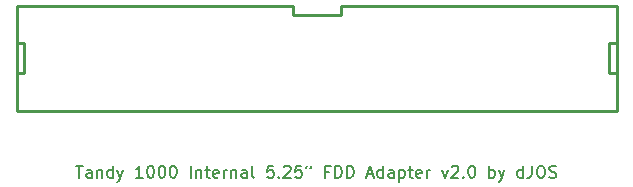
<source format=gbr>
G04 #@! TF.GenerationSoftware,KiCad,Pcbnew,(5.1.5-0-10_14)*
G04 #@! TF.CreationDate,2020-03-21T14:00:30+11:00*
G04 #@! TF.ProjectId,Internal 5.25 Adapter,496e7465-726e-4616-9c20-352e32352041,rev?*
G04 #@! TF.SameCoordinates,Original*
G04 #@! TF.FileFunction,Legend,Top*
G04 #@! TF.FilePolarity,Positive*
%FSLAX46Y46*%
G04 Gerber Fmt 4.6, Leading zero omitted, Abs format (unit mm)*
G04 Created by KiCad (PCBNEW (5.1.5-0-10_14)) date 2020-03-21 14:00:30*
%MOMM*%
%LPD*%
G04 APERTURE LIST*
%ADD10C,0.150000*%
%ADD11C,0.250000*%
G04 APERTURE END LIST*
D10*
X52136047Y-46315380D02*
X52707476Y-46315380D01*
X52421761Y-47315380D02*
X52421761Y-46315380D01*
X53469380Y-47315380D02*
X53469380Y-46791571D01*
X53421761Y-46696333D01*
X53326523Y-46648714D01*
X53136047Y-46648714D01*
X53040809Y-46696333D01*
X53469380Y-47267761D02*
X53374142Y-47315380D01*
X53136047Y-47315380D01*
X53040809Y-47267761D01*
X52993190Y-47172523D01*
X52993190Y-47077285D01*
X53040809Y-46982047D01*
X53136047Y-46934428D01*
X53374142Y-46934428D01*
X53469380Y-46886809D01*
X53945571Y-46648714D02*
X53945571Y-47315380D01*
X53945571Y-46743952D02*
X53993190Y-46696333D01*
X54088428Y-46648714D01*
X54231285Y-46648714D01*
X54326523Y-46696333D01*
X54374142Y-46791571D01*
X54374142Y-47315380D01*
X55278904Y-47315380D02*
X55278904Y-46315380D01*
X55278904Y-47267761D02*
X55183666Y-47315380D01*
X54993190Y-47315380D01*
X54897952Y-47267761D01*
X54850333Y-47220142D01*
X54802714Y-47124904D01*
X54802714Y-46839190D01*
X54850333Y-46743952D01*
X54897952Y-46696333D01*
X54993190Y-46648714D01*
X55183666Y-46648714D01*
X55278904Y-46696333D01*
X55659857Y-46648714D02*
X55897952Y-47315380D01*
X56136047Y-46648714D02*
X55897952Y-47315380D01*
X55802714Y-47553476D01*
X55755095Y-47601095D01*
X55659857Y-47648714D01*
X57802714Y-47315380D02*
X57231285Y-47315380D01*
X57517000Y-47315380D02*
X57517000Y-46315380D01*
X57421761Y-46458238D01*
X57326523Y-46553476D01*
X57231285Y-46601095D01*
X58421761Y-46315380D02*
X58517000Y-46315380D01*
X58612238Y-46363000D01*
X58659857Y-46410619D01*
X58707476Y-46505857D01*
X58755095Y-46696333D01*
X58755095Y-46934428D01*
X58707476Y-47124904D01*
X58659857Y-47220142D01*
X58612238Y-47267761D01*
X58517000Y-47315380D01*
X58421761Y-47315380D01*
X58326523Y-47267761D01*
X58278904Y-47220142D01*
X58231285Y-47124904D01*
X58183666Y-46934428D01*
X58183666Y-46696333D01*
X58231285Y-46505857D01*
X58278904Y-46410619D01*
X58326523Y-46363000D01*
X58421761Y-46315380D01*
X59374142Y-46315380D02*
X59469380Y-46315380D01*
X59564619Y-46363000D01*
X59612238Y-46410619D01*
X59659857Y-46505857D01*
X59707476Y-46696333D01*
X59707476Y-46934428D01*
X59659857Y-47124904D01*
X59612238Y-47220142D01*
X59564619Y-47267761D01*
X59469380Y-47315380D01*
X59374142Y-47315380D01*
X59278904Y-47267761D01*
X59231285Y-47220142D01*
X59183666Y-47124904D01*
X59136047Y-46934428D01*
X59136047Y-46696333D01*
X59183666Y-46505857D01*
X59231285Y-46410619D01*
X59278904Y-46363000D01*
X59374142Y-46315380D01*
X60326523Y-46315380D02*
X60421761Y-46315380D01*
X60517000Y-46363000D01*
X60564619Y-46410619D01*
X60612238Y-46505857D01*
X60659857Y-46696333D01*
X60659857Y-46934428D01*
X60612238Y-47124904D01*
X60564619Y-47220142D01*
X60517000Y-47267761D01*
X60421761Y-47315380D01*
X60326523Y-47315380D01*
X60231285Y-47267761D01*
X60183666Y-47220142D01*
X60136047Y-47124904D01*
X60088428Y-46934428D01*
X60088428Y-46696333D01*
X60136047Y-46505857D01*
X60183666Y-46410619D01*
X60231285Y-46363000D01*
X60326523Y-46315380D01*
X61850333Y-47315380D02*
X61850333Y-46315380D01*
X62326523Y-46648714D02*
X62326523Y-47315380D01*
X62326523Y-46743952D02*
X62374142Y-46696333D01*
X62469380Y-46648714D01*
X62612238Y-46648714D01*
X62707476Y-46696333D01*
X62755095Y-46791571D01*
X62755095Y-47315380D01*
X63088428Y-46648714D02*
X63469380Y-46648714D01*
X63231285Y-46315380D02*
X63231285Y-47172523D01*
X63278904Y-47267761D01*
X63374142Y-47315380D01*
X63469380Y-47315380D01*
X64183666Y-47267761D02*
X64088428Y-47315380D01*
X63897952Y-47315380D01*
X63802714Y-47267761D01*
X63755095Y-47172523D01*
X63755095Y-46791571D01*
X63802714Y-46696333D01*
X63897952Y-46648714D01*
X64088428Y-46648714D01*
X64183666Y-46696333D01*
X64231285Y-46791571D01*
X64231285Y-46886809D01*
X63755095Y-46982047D01*
X64659857Y-47315380D02*
X64659857Y-46648714D01*
X64659857Y-46839190D02*
X64707476Y-46743952D01*
X64755095Y-46696333D01*
X64850333Y-46648714D01*
X64945571Y-46648714D01*
X65278904Y-46648714D02*
X65278904Y-47315380D01*
X65278904Y-46743952D02*
X65326523Y-46696333D01*
X65421761Y-46648714D01*
X65564619Y-46648714D01*
X65659857Y-46696333D01*
X65707476Y-46791571D01*
X65707476Y-47315380D01*
X66612238Y-47315380D02*
X66612238Y-46791571D01*
X66564619Y-46696333D01*
X66469380Y-46648714D01*
X66278904Y-46648714D01*
X66183666Y-46696333D01*
X66612238Y-47267761D02*
X66517000Y-47315380D01*
X66278904Y-47315380D01*
X66183666Y-47267761D01*
X66136047Y-47172523D01*
X66136047Y-47077285D01*
X66183666Y-46982047D01*
X66278904Y-46934428D01*
X66517000Y-46934428D01*
X66612238Y-46886809D01*
X67231285Y-47315380D02*
X67136047Y-47267761D01*
X67088428Y-47172523D01*
X67088428Y-46315380D01*
X68850333Y-46315380D02*
X68374142Y-46315380D01*
X68326523Y-46791571D01*
X68374142Y-46743952D01*
X68469380Y-46696333D01*
X68707476Y-46696333D01*
X68802714Y-46743952D01*
X68850333Y-46791571D01*
X68897952Y-46886809D01*
X68897952Y-47124904D01*
X68850333Y-47220142D01*
X68802714Y-47267761D01*
X68707476Y-47315380D01*
X68469380Y-47315380D01*
X68374142Y-47267761D01*
X68326523Y-47220142D01*
X69326523Y-47220142D02*
X69374142Y-47267761D01*
X69326523Y-47315380D01*
X69278904Y-47267761D01*
X69326523Y-47220142D01*
X69326523Y-47315380D01*
X69755095Y-46410619D02*
X69802714Y-46363000D01*
X69897952Y-46315380D01*
X70136047Y-46315380D01*
X70231285Y-46363000D01*
X70278904Y-46410619D01*
X70326523Y-46505857D01*
X70326523Y-46601095D01*
X70278904Y-46743952D01*
X69707476Y-47315380D01*
X70326523Y-47315380D01*
X71231285Y-46315380D02*
X70755095Y-46315380D01*
X70707476Y-46791571D01*
X70755095Y-46743952D01*
X70850333Y-46696333D01*
X71088428Y-46696333D01*
X71183666Y-46743952D01*
X71231285Y-46791571D01*
X71278904Y-46886809D01*
X71278904Y-47124904D01*
X71231285Y-47220142D01*
X71183666Y-47267761D01*
X71088428Y-47315380D01*
X70850333Y-47315380D01*
X70755095Y-47267761D01*
X70707476Y-47220142D01*
X71707476Y-46315380D02*
X71707476Y-46363000D01*
X71659857Y-46458238D01*
X71612238Y-46505857D01*
X72088428Y-46315380D02*
X72088428Y-46363000D01*
X72040809Y-46458238D01*
X71993190Y-46505857D01*
X73564619Y-46791571D02*
X73231285Y-46791571D01*
X73231285Y-47315380D02*
X73231285Y-46315380D01*
X73707476Y-46315380D01*
X74088428Y-47315380D02*
X74088428Y-46315380D01*
X74326523Y-46315380D01*
X74469380Y-46363000D01*
X74564619Y-46458238D01*
X74612238Y-46553476D01*
X74659857Y-46743952D01*
X74659857Y-46886809D01*
X74612238Y-47077285D01*
X74564619Y-47172523D01*
X74469380Y-47267761D01*
X74326523Y-47315380D01*
X74088428Y-47315380D01*
X75088428Y-47315380D02*
X75088428Y-46315380D01*
X75326523Y-46315380D01*
X75469380Y-46363000D01*
X75564619Y-46458238D01*
X75612238Y-46553476D01*
X75659857Y-46743952D01*
X75659857Y-46886809D01*
X75612238Y-47077285D01*
X75564619Y-47172523D01*
X75469380Y-47267761D01*
X75326523Y-47315380D01*
X75088428Y-47315380D01*
X76802714Y-47029666D02*
X77278904Y-47029666D01*
X76707476Y-47315380D02*
X77040809Y-46315380D01*
X77374142Y-47315380D01*
X78136047Y-47315380D02*
X78136047Y-46315380D01*
X78136047Y-47267761D02*
X78040809Y-47315380D01*
X77850333Y-47315380D01*
X77755095Y-47267761D01*
X77707476Y-47220142D01*
X77659857Y-47124904D01*
X77659857Y-46839190D01*
X77707476Y-46743952D01*
X77755095Y-46696333D01*
X77850333Y-46648714D01*
X78040809Y-46648714D01*
X78136047Y-46696333D01*
X79040809Y-47315380D02*
X79040809Y-46791571D01*
X78993190Y-46696333D01*
X78897952Y-46648714D01*
X78707476Y-46648714D01*
X78612238Y-46696333D01*
X79040809Y-47267761D02*
X78945571Y-47315380D01*
X78707476Y-47315380D01*
X78612238Y-47267761D01*
X78564619Y-47172523D01*
X78564619Y-47077285D01*
X78612238Y-46982047D01*
X78707476Y-46934428D01*
X78945571Y-46934428D01*
X79040809Y-46886809D01*
X79517000Y-46648714D02*
X79517000Y-47648714D01*
X79517000Y-46696333D02*
X79612238Y-46648714D01*
X79802714Y-46648714D01*
X79897952Y-46696333D01*
X79945571Y-46743952D01*
X79993190Y-46839190D01*
X79993190Y-47124904D01*
X79945571Y-47220142D01*
X79897952Y-47267761D01*
X79802714Y-47315380D01*
X79612238Y-47315380D01*
X79517000Y-47267761D01*
X80278904Y-46648714D02*
X80659857Y-46648714D01*
X80421761Y-46315380D02*
X80421761Y-47172523D01*
X80469380Y-47267761D01*
X80564619Y-47315380D01*
X80659857Y-47315380D01*
X81374142Y-47267761D02*
X81278904Y-47315380D01*
X81088428Y-47315380D01*
X80993190Y-47267761D01*
X80945571Y-47172523D01*
X80945571Y-46791571D01*
X80993190Y-46696333D01*
X81088428Y-46648714D01*
X81278904Y-46648714D01*
X81374142Y-46696333D01*
X81421761Y-46791571D01*
X81421761Y-46886809D01*
X80945571Y-46982047D01*
X81850333Y-47315380D02*
X81850333Y-46648714D01*
X81850333Y-46839190D02*
X81897952Y-46743952D01*
X81945571Y-46696333D01*
X82040809Y-46648714D01*
X82136047Y-46648714D01*
X83136047Y-46648714D02*
X83374142Y-47315380D01*
X83612238Y-46648714D01*
X83945571Y-46410619D02*
X83993190Y-46363000D01*
X84088428Y-46315380D01*
X84326523Y-46315380D01*
X84421761Y-46363000D01*
X84469380Y-46410619D01*
X84517000Y-46505857D01*
X84517000Y-46601095D01*
X84469380Y-46743952D01*
X83897952Y-47315380D01*
X84517000Y-47315380D01*
X84945571Y-47220142D02*
X84993190Y-47267761D01*
X84945571Y-47315380D01*
X84897952Y-47267761D01*
X84945571Y-47220142D01*
X84945571Y-47315380D01*
X85612238Y-46315380D02*
X85707476Y-46315380D01*
X85802714Y-46363000D01*
X85850333Y-46410619D01*
X85897952Y-46505857D01*
X85945571Y-46696333D01*
X85945571Y-46934428D01*
X85897952Y-47124904D01*
X85850333Y-47220142D01*
X85802714Y-47267761D01*
X85707476Y-47315380D01*
X85612238Y-47315380D01*
X85517000Y-47267761D01*
X85469380Y-47220142D01*
X85421761Y-47124904D01*
X85374142Y-46934428D01*
X85374142Y-46696333D01*
X85421761Y-46505857D01*
X85469380Y-46410619D01*
X85517000Y-46363000D01*
X85612238Y-46315380D01*
X87136047Y-47315380D02*
X87136047Y-46315380D01*
X87136047Y-46696333D02*
X87231285Y-46648714D01*
X87421761Y-46648714D01*
X87517000Y-46696333D01*
X87564619Y-46743952D01*
X87612238Y-46839190D01*
X87612238Y-47124904D01*
X87564619Y-47220142D01*
X87517000Y-47267761D01*
X87421761Y-47315380D01*
X87231285Y-47315380D01*
X87136047Y-47267761D01*
X87945571Y-46648714D02*
X88183666Y-47315380D01*
X88421761Y-46648714D02*
X88183666Y-47315380D01*
X88088428Y-47553476D01*
X88040809Y-47601095D01*
X87945571Y-47648714D01*
X89993190Y-47315380D02*
X89993190Y-46315380D01*
X89993190Y-47267761D02*
X89897952Y-47315380D01*
X89707476Y-47315380D01*
X89612238Y-47267761D01*
X89564619Y-47220142D01*
X89517000Y-47124904D01*
X89517000Y-46839190D01*
X89564619Y-46743952D01*
X89612238Y-46696333D01*
X89707476Y-46648714D01*
X89897952Y-46648714D01*
X89993190Y-46696333D01*
X90755095Y-46315380D02*
X90755095Y-47029666D01*
X90707476Y-47172523D01*
X90612238Y-47267761D01*
X90469380Y-47315380D01*
X90374142Y-47315380D01*
X91421761Y-46315380D02*
X91612238Y-46315380D01*
X91707476Y-46363000D01*
X91802714Y-46458238D01*
X91850333Y-46648714D01*
X91850333Y-46982047D01*
X91802714Y-47172523D01*
X91707476Y-47267761D01*
X91612238Y-47315380D01*
X91421761Y-47315380D01*
X91326523Y-47267761D01*
X91231285Y-47172523D01*
X91183666Y-46982047D01*
X91183666Y-46648714D01*
X91231285Y-46458238D01*
X91326523Y-46363000D01*
X91421761Y-46315380D01*
X92231285Y-47267761D02*
X92374142Y-47315380D01*
X92612238Y-47315380D01*
X92707476Y-47267761D01*
X92755095Y-47220142D01*
X92802714Y-47124904D01*
X92802714Y-47029666D01*
X92755095Y-46934428D01*
X92707476Y-46886809D01*
X92612238Y-46839190D01*
X92421761Y-46791571D01*
X92326523Y-46743952D01*
X92278904Y-46696333D01*
X92231285Y-46601095D01*
X92231285Y-46505857D01*
X92278904Y-46410619D01*
X92326523Y-46363000D01*
X92421761Y-46315380D01*
X92659857Y-46315380D01*
X92802714Y-46363000D01*
D11*
X97307000Y-35940000D02*
X97917000Y-35940000D01*
X97307000Y-38482000D02*
X97307000Y-35940000D01*
X97307000Y-38482000D02*
X97917000Y-38482000D01*
X47117000Y-35940000D02*
X47777000Y-35940000D01*
X47777000Y-38482000D02*
X47777000Y-35940000D01*
X47117000Y-38482000D02*
X47777000Y-38482000D01*
X74549000Y-32766000D02*
X97917000Y-32766000D01*
X47117000Y-32766000D02*
X70485000Y-32766000D01*
X47117000Y-41656000D02*
X47117000Y-32766000D01*
X47117000Y-41656000D02*
X97917000Y-41656000D01*
X97917000Y-41656000D02*
X97917000Y-32766000D01*
X74549000Y-33531000D02*
X74549000Y-32766000D01*
X70485000Y-33531000D02*
X74549000Y-33531000D01*
X70485000Y-33531000D02*
X70485000Y-32766000D01*
M02*

</source>
